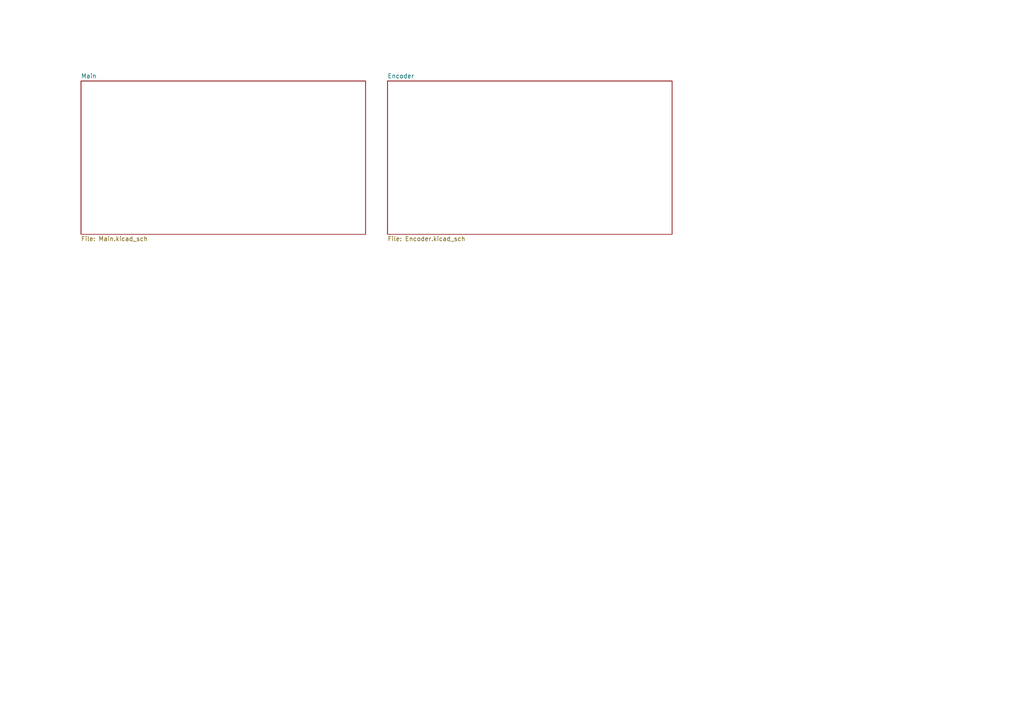
<source format=kicad_sch>
(kicad_sch (version 20211123) (generator eeschema)
  (paper "A4")
  (lib_symbols)
  (sheet (at 112.395 23.495) (size 82.55 44.45) (stroke (width 0.1524))
    (property "Sheet name" "Encoder" (at 112.395 22.7834 0) (effects (justify left bottom)))
    (property "Sheet file" "Encoder.kicad_sch" (at 112.395 68.5296 0) (effects (justify left top)))
  )
  (sheet (at 23.495 23.495) (size 82.55 44.45) (stroke (width 0.1524))
    (property "Sheet name" "Main" (at 23.495 22.7834 0) (effects (justify left bottom)))
    (property "Sheet file" "Main.kicad_sch" (at 23.495 68.5296 0) (effects (justify left top)))
  )
)
</source>
